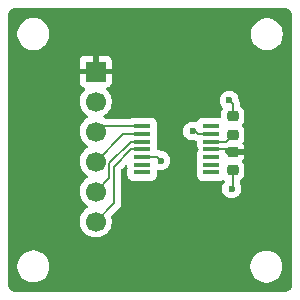
<source format=gbr>
%TF.GenerationSoftware,KiCad,Pcbnew,9.0.5*%
%TF.CreationDate,2025-12-22T22:05:16-05:00*%
%TF.ProjectId,as5047p-atsm_breakout,61733530-3437-4702-9d61-74736d5f6272,rev?*%
%TF.SameCoordinates,Original*%
%TF.FileFunction,Copper,L1,Top*%
%TF.FilePolarity,Positive*%
%FSLAX46Y46*%
G04 Gerber Fmt 4.6, Leading zero omitted, Abs format (unit mm)*
G04 Created by KiCad (PCBNEW 9.0.5) date 2025-12-22 22:05:16*
%MOMM*%
%LPD*%
G01*
G04 APERTURE LIST*
G04 Aperture macros list*
%AMRoundRect*
0 Rectangle with rounded corners*
0 $1 Rounding radius*
0 $2 $3 $4 $5 $6 $7 $8 $9 X,Y pos of 4 corners*
0 Add a 4 corners polygon primitive as box body*
4,1,4,$2,$3,$4,$5,$6,$7,$8,$9,$2,$3,0*
0 Add four circle primitives for the rounded corners*
1,1,$1+$1,$2,$3*
1,1,$1+$1,$4,$5*
1,1,$1+$1,$6,$7*
1,1,$1+$1,$8,$9*
0 Add four rect primitives between the rounded corners*
20,1,$1+$1,$2,$3,$4,$5,0*
20,1,$1+$1,$4,$5,$6,$7,0*
20,1,$1+$1,$6,$7,$8,$9,0*
20,1,$1+$1,$8,$9,$2,$3,0*%
G04 Aperture macros list end*
%TA.AperFunction,ComponentPad*%
%ADD10R,1.700000X1.700000*%
%TD*%
%TA.AperFunction,ComponentPad*%
%ADD11C,1.700000*%
%TD*%
%TA.AperFunction,SMDPad,CuDef*%
%ADD12R,1.475000X0.450000*%
%TD*%
%TA.AperFunction,SMDPad,CuDef*%
%ADD13RoundRect,0.225000X-0.250000X0.225000X-0.250000X-0.225000X0.250000X-0.225000X0.250000X0.225000X0*%
%TD*%
%TA.AperFunction,SMDPad,CuDef*%
%ADD14RoundRect,0.225000X0.250000X-0.225000X0.250000X0.225000X-0.250000X0.225000X-0.250000X-0.225000X0*%
%TD*%
%TA.AperFunction,ViaPad*%
%ADD15C,0.600000*%
%TD*%
%TA.AperFunction,Conductor*%
%ADD16C,0.200000*%
%TD*%
G04 APERTURE END LIST*
D10*
%TO.P,J1,1,Pin_1*%
%TO.N,5v*%
X138000000Y-77960000D03*
D11*
%TO.P,J1,2,Pin_2*%
%TO.N,GND*%
X138000000Y-80500000D03*
%TO.P,J1,3,Pin_3*%
%TO.N,!CS*%
X138000000Y-83040000D03*
%TO.P,J1,4,Pin_4*%
%TO.N,SCLK*%
X138000000Y-85580000D03*
%TO.P,J1,5,Pin_5*%
%TO.N,MISO*%
X138000000Y-88120000D03*
%TO.P,J1,6,Pin_6*%
%TO.N,MOSI*%
X138000000Y-90660000D03*
%TD*%
D12*
%TO.P,IC2,1,CSN*%
%TO.N,!CS*%
X141924000Y-82600000D03*
%TO.P,IC2,2,CLK*%
%TO.N,SCLK*%
X141924000Y-83250000D03*
%TO.P,IC2,3,MISO*%
%TO.N,MISO*%
X141924000Y-83900000D03*
%TO.P,IC2,4,MOSI*%
%TO.N,MOSI*%
X141924000Y-84550000D03*
%TO.P,IC2,5,TEST*%
%TO.N,GND*%
X141924000Y-85200000D03*
%TO.P,IC2,6,B*%
%TO.N,unconnected-(IC2-B-Pad6)*%
X141924000Y-85850000D03*
%TO.P,IC2,7,A*%
%TO.N,unconnected-(IC2-A-Pad7)*%
X141924000Y-86500000D03*
%TO.P,IC2,8,W/PWM*%
%TO.N,unconnected-(IC2-W{slash}PWM-Pad8)*%
X147800000Y-86500000D03*
%TO.P,IC2,9,V*%
%TO.N,unconnected-(IC2-V-Pad9)*%
X147800000Y-85850000D03*
%TO.P,IC2,10,U*%
%TO.N,unconnected-(IC2-U-Pad10)*%
X147800000Y-85200000D03*
%TO.P,IC2,11,VDD*%
%TO.N,5v*%
X147800000Y-84550000D03*
%TO.P,IC2,12,VDD3V*%
%TO.N,Net-(IC2-VDD3V)*%
X147800000Y-83900000D03*
%TO.P,IC2,13,GND*%
%TO.N,GND*%
X147800000Y-83250000D03*
%TO.P,IC2,14,I/PWM*%
%TO.N,unconnected-(IC2-I{slash}PWM-Pad14)*%
X147800000Y-82600000D03*
%TD*%
D13*
%TO.P,C12,1*%
%TO.N,5v*%
X149600000Y-84750000D03*
%TO.P,C12,2*%
%TO.N,GND*%
X149600000Y-86300000D03*
%TD*%
D14*
%TO.P,C13,1*%
%TO.N,Net-(IC2-VDD3V)*%
X149600000Y-83300000D03*
%TO.P,C13,2*%
%TO.N,GND*%
X149600000Y-81750000D03*
%TD*%
D15*
%TO.N,GND*%
X143500000Y-85500000D03*
X146200000Y-83000000D03*
X149500000Y-87900000D03*
X149300000Y-80400000D03*
%TD*%
D16*
%TO.N,GND*%
X143200000Y-85200000D02*
X143500000Y-85500000D01*
X141924000Y-85200000D02*
X143200000Y-85200000D01*
%TO.N,MOSI*%
X139552000Y-89108000D02*
X138000000Y-90660000D01*
X139552000Y-86007500D02*
X139552000Y-89108000D01*
X141009500Y-84550000D02*
X139552000Y-86007500D01*
X141924000Y-84550000D02*
X141009500Y-84550000D01*
%TO.N,MISO*%
X140986500Y-83900000D02*
X139151000Y-85735500D01*
X139151000Y-86969000D02*
X138000000Y-88120000D01*
X141924000Y-83900000D02*
X140986500Y-83900000D01*
X139151000Y-85735500D02*
X139151000Y-86969000D01*
%TO.N,SCLK*%
X140330000Y-83250000D02*
X141924000Y-83250000D01*
X138000000Y-85580000D02*
X140330000Y-83250000D01*
%TO.N,!CS*%
X138440000Y-82600000D02*
X141924000Y-82600000D01*
X138000000Y-83040000D02*
X138440000Y-82600000D01*
%TO.N,GND*%
X146650000Y-83250000D02*
X147800000Y-83250000D01*
X149600000Y-80700000D02*
X149300000Y-80400000D01*
X149600000Y-86300000D02*
X149600000Y-87800000D01*
X149600000Y-87800000D02*
X149500000Y-87900000D01*
X146400000Y-83000000D02*
X146650000Y-83250000D01*
X146200000Y-83000000D02*
X146400000Y-83000000D01*
X149600000Y-81750000D02*
X149600000Y-80700000D01*
%TO.N,5v*%
X149600000Y-84750000D02*
X149400000Y-84550000D01*
X149400000Y-84550000D02*
X147800000Y-84550000D01*
%TO.N,Net-(IC2-VDD3V)*%
X149600000Y-83300000D02*
X149000000Y-83900000D01*
X149000000Y-83900000D02*
X147800000Y-83900000D01*
%TD*%
%TA.AperFunction,Conductor*%
%TO.N,5v*%
G36*
X154106922Y-72601280D02*
G01*
X154197266Y-72611459D01*
X154224331Y-72617636D01*
X154303540Y-72645352D01*
X154328553Y-72657398D01*
X154399606Y-72702043D01*
X154421313Y-72719355D01*
X154480644Y-72778686D01*
X154497957Y-72800395D01*
X154542600Y-72871444D01*
X154554648Y-72896462D01*
X154582362Y-72975666D01*
X154588540Y-73002735D01*
X154598720Y-73093076D01*
X154599500Y-73106961D01*
X154599500Y-96093038D01*
X154598720Y-96106922D01*
X154598720Y-96106923D01*
X154588540Y-96197264D01*
X154582362Y-96224333D01*
X154554648Y-96303537D01*
X154542600Y-96328555D01*
X154497957Y-96399604D01*
X154480644Y-96421313D01*
X154421313Y-96480644D01*
X154399604Y-96497957D01*
X154328555Y-96542600D01*
X154303537Y-96554648D01*
X154224333Y-96582362D01*
X154197264Y-96588540D01*
X154117075Y-96597576D01*
X154106921Y-96598720D01*
X154093038Y-96599500D01*
X131106962Y-96599500D01*
X131093078Y-96598720D01*
X131080553Y-96597308D01*
X131002735Y-96588540D01*
X130975666Y-96582362D01*
X130896462Y-96554648D01*
X130871444Y-96542600D01*
X130800395Y-96497957D01*
X130778686Y-96480644D01*
X130719355Y-96421313D01*
X130702042Y-96399604D01*
X130657399Y-96328555D01*
X130645351Y-96303537D01*
X130617637Y-96224333D01*
X130611459Y-96197263D01*
X130601280Y-96106922D01*
X130600500Y-96093038D01*
X130600500Y-94356144D01*
X131367781Y-94356144D01*
X131367781Y-94568718D01*
X131401035Y-94778674D01*
X131404547Y-94789484D01*
X131466725Y-94980845D01*
X131563232Y-95170251D01*
X131688171Y-95342217D01*
X131838494Y-95492540D01*
X132010460Y-95617479D01*
X132010462Y-95617480D01*
X132010465Y-95617482D01*
X132199869Y-95713988D01*
X132402038Y-95779677D01*
X132611994Y-95812931D01*
X132611995Y-95812931D01*
X132824567Y-95812931D01*
X132824568Y-95812931D01*
X133034524Y-95779677D01*
X133236693Y-95713988D01*
X133426097Y-95617482D01*
X133448070Y-95601517D01*
X133598067Y-95492540D01*
X133598069Y-95492537D01*
X133598073Y-95492535D01*
X133748385Y-95342223D01*
X133748387Y-95342219D01*
X133748390Y-95342217D01*
X133873329Y-95170251D01*
X133873328Y-95170251D01*
X133873332Y-95170247D01*
X133969838Y-94980843D01*
X134035527Y-94778674D01*
X134068781Y-94568718D01*
X134068781Y-94366958D01*
X151103027Y-94366958D01*
X151103027Y-94579531D01*
X151134567Y-94778670D01*
X151136281Y-94789488D01*
X151198456Y-94980843D01*
X151201971Y-94991659D01*
X151298478Y-95181065D01*
X151423417Y-95353031D01*
X151573740Y-95503354D01*
X151745706Y-95628293D01*
X151745708Y-95628294D01*
X151745711Y-95628296D01*
X151935115Y-95724802D01*
X152137284Y-95790491D01*
X152347240Y-95823745D01*
X152347241Y-95823745D01*
X152559813Y-95823745D01*
X152559814Y-95823745D01*
X152769770Y-95790491D01*
X152971939Y-95724802D01*
X153161343Y-95628296D01*
X153183316Y-95612331D01*
X153333313Y-95503354D01*
X153333315Y-95503351D01*
X153333319Y-95503349D01*
X153483631Y-95353037D01*
X153483633Y-95353033D01*
X153483636Y-95353031D01*
X153608575Y-95181065D01*
X153608574Y-95181065D01*
X153608578Y-95181061D01*
X153705084Y-94991657D01*
X153770773Y-94789488D01*
X153804027Y-94579532D01*
X153804027Y-94366958D01*
X153770773Y-94157002D01*
X153705084Y-93954833D01*
X153608578Y-93765429D01*
X153608576Y-93765426D01*
X153608575Y-93765424D01*
X153483636Y-93593458D01*
X153333313Y-93443135D01*
X153161347Y-93318196D01*
X152971941Y-93221689D01*
X152971940Y-93221688D01*
X152971939Y-93221688D01*
X152769770Y-93155999D01*
X152769768Y-93155998D01*
X152769767Y-93155998D01*
X152608484Y-93130453D01*
X152559814Y-93122745D01*
X152347240Y-93122745D01*
X152298569Y-93130453D01*
X152137287Y-93155998D01*
X151935112Y-93221689D01*
X151745706Y-93318196D01*
X151573740Y-93443135D01*
X151423417Y-93593458D01*
X151298478Y-93765424D01*
X151201971Y-93954830D01*
X151136280Y-94157005D01*
X151103027Y-94366958D01*
X134068781Y-94366958D01*
X134068781Y-94356144D01*
X134035527Y-94146188D01*
X133969838Y-93944019D01*
X133873332Y-93754615D01*
X133873330Y-93754612D01*
X133873329Y-93754610D01*
X133748390Y-93582644D01*
X133598067Y-93432321D01*
X133426101Y-93307382D01*
X133236695Y-93210875D01*
X133236694Y-93210874D01*
X133236693Y-93210874D01*
X133034524Y-93145185D01*
X133034522Y-93145184D01*
X133034521Y-93145184D01*
X132873238Y-93119639D01*
X132824568Y-93111931D01*
X132611994Y-93111931D01*
X132563323Y-93119639D01*
X132402041Y-93145184D01*
X132199866Y-93210875D01*
X132010460Y-93307382D01*
X131838494Y-93432321D01*
X131688171Y-93582644D01*
X131563232Y-93754610D01*
X131466725Y-93944016D01*
X131401034Y-94146191D01*
X131367781Y-94356144D01*
X130600500Y-94356144D01*
X130600500Y-80393713D01*
X136649500Y-80393713D01*
X136649500Y-80606286D01*
X136676884Y-80779185D01*
X136682754Y-80816243D01*
X136713311Y-80910288D01*
X136748444Y-81018414D01*
X136844951Y-81207820D01*
X136969890Y-81379786D01*
X137120213Y-81530109D01*
X137292182Y-81655050D01*
X137300946Y-81659516D01*
X137351742Y-81707491D01*
X137368536Y-81775312D01*
X137345998Y-81841447D01*
X137300946Y-81880484D01*
X137292182Y-81884949D01*
X137120213Y-82009890D01*
X136969890Y-82160213D01*
X136844951Y-82332179D01*
X136748444Y-82521585D01*
X136682753Y-82723760D01*
X136649500Y-82933713D01*
X136649500Y-83146286D01*
X136663311Y-83233489D01*
X136682754Y-83356243D01*
X136732806Y-83510288D01*
X136748444Y-83558414D01*
X136844951Y-83747820D01*
X136969890Y-83919786D01*
X137120213Y-84070109D01*
X137292182Y-84195050D01*
X137300946Y-84199516D01*
X137351742Y-84247491D01*
X137368536Y-84315312D01*
X137345998Y-84381447D01*
X137300946Y-84420484D01*
X137292182Y-84424949D01*
X137120213Y-84549890D01*
X136969890Y-84700213D01*
X136844951Y-84872179D01*
X136748444Y-85061585D01*
X136682753Y-85263760D01*
X136658794Y-85415034D01*
X136649500Y-85473713D01*
X136649500Y-85686287D01*
X136682754Y-85896243D01*
X136722358Y-86018132D01*
X136748444Y-86098414D01*
X136844951Y-86287820D01*
X136969890Y-86459786D01*
X137120213Y-86610109D01*
X137292182Y-86735050D01*
X137300946Y-86739516D01*
X137351742Y-86787491D01*
X137368536Y-86855312D01*
X137345998Y-86921447D01*
X137300946Y-86960484D01*
X137292182Y-86964949D01*
X137120213Y-87089890D01*
X136969890Y-87240213D01*
X136844951Y-87412179D01*
X136748444Y-87601585D01*
X136682753Y-87803760D01*
X136649500Y-88013713D01*
X136649500Y-88226286D01*
X136678643Y-88410292D01*
X136682754Y-88436243D01*
X136739015Y-88609397D01*
X136748444Y-88638414D01*
X136844951Y-88827820D01*
X136969890Y-88999786D01*
X137120213Y-89150109D01*
X137292182Y-89275050D01*
X137300946Y-89279516D01*
X137351742Y-89327491D01*
X137368536Y-89395312D01*
X137345998Y-89461447D01*
X137300946Y-89500484D01*
X137292182Y-89504949D01*
X137120213Y-89629890D01*
X136969890Y-89780213D01*
X136844951Y-89952179D01*
X136748444Y-90141585D01*
X136682753Y-90343760D01*
X136649500Y-90553713D01*
X136649500Y-90766286D01*
X136682753Y-90976239D01*
X136748444Y-91178414D01*
X136844951Y-91367820D01*
X136969890Y-91539786D01*
X137120213Y-91690109D01*
X137292179Y-91815048D01*
X137292181Y-91815049D01*
X137292184Y-91815051D01*
X137481588Y-91911557D01*
X137683757Y-91977246D01*
X137893713Y-92010500D01*
X137893714Y-92010500D01*
X138106286Y-92010500D01*
X138106287Y-92010500D01*
X138316243Y-91977246D01*
X138518412Y-91911557D01*
X138707816Y-91815051D01*
X138729789Y-91799086D01*
X138879786Y-91690109D01*
X138879788Y-91690106D01*
X138879792Y-91690104D01*
X139030104Y-91539792D01*
X139030106Y-91539788D01*
X139030109Y-91539786D01*
X139155048Y-91367820D01*
X139155047Y-91367820D01*
X139155051Y-91367816D01*
X139251557Y-91178412D01*
X139317246Y-90976243D01*
X139350500Y-90766287D01*
X139350500Y-90553713D01*
X139317246Y-90343757D01*
X139303506Y-90301473D01*
X139301512Y-90231635D01*
X139333755Y-90175478D01*
X139910506Y-89598728D01*
X139910511Y-89598724D01*
X139920714Y-89588520D01*
X139920716Y-89588520D01*
X140032520Y-89476716D01*
X140111577Y-89339784D01*
X140152500Y-89187057D01*
X140152500Y-86307596D01*
X140172185Y-86240557D01*
X140188815Y-86219919D01*
X140474322Y-85934412D01*
X140492060Y-85924726D01*
X140506910Y-85911004D01*
X140522103Y-85908321D01*
X140535642Y-85900929D01*
X140555806Y-85902371D01*
X140575716Y-85898856D01*
X140589945Y-85904812D01*
X140605333Y-85905913D01*
X140621518Y-85918029D01*
X140640166Y-85925835D01*
X140648915Y-85938538D01*
X140661267Y-85947784D01*
X140668332Y-85966727D01*
X140679800Y-85983376D01*
X140683755Y-86008079D01*
X140685684Y-86013249D01*
X140685937Y-86018132D01*
X140686000Y-86020125D01*
X140686001Y-86122872D01*
X140690677Y-86166375D01*
X140690826Y-86171034D01*
X140690179Y-86173529D01*
X140690179Y-86188250D01*
X140686000Y-86227122D01*
X140686000Y-86772870D01*
X140686001Y-86772876D01*
X140692408Y-86832483D01*
X140742702Y-86967328D01*
X140742706Y-86967335D01*
X140828952Y-87082544D01*
X140828955Y-87082547D01*
X140944164Y-87168793D01*
X140944171Y-87168797D01*
X141079017Y-87219091D01*
X141079016Y-87219091D01*
X141085944Y-87219835D01*
X141138627Y-87225500D01*
X142709372Y-87225499D01*
X142768983Y-87219091D01*
X142903831Y-87168796D01*
X143019046Y-87082546D01*
X143105296Y-86967331D01*
X143155591Y-86832483D01*
X143162000Y-86772873D01*
X143161999Y-86400042D01*
X143181683Y-86333005D01*
X143234487Y-86287250D01*
X143303646Y-86277306D01*
X143310185Y-86278426D01*
X143331546Y-86282674D01*
X143421155Y-86300500D01*
X143421158Y-86300500D01*
X143578844Y-86300500D01*
X143578845Y-86300499D01*
X143733497Y-86269737D01*
X143879179Y-86209394D01*
X144010289Y-86121789D01*
X144121789Y-86010289D01*
X144209394Y-85879179D01*
X144269737Y-85733497D01*
X144300500Y-85578842D01*
X144300500Y-85421158D01*
X144300500Y-85421155D01*
X144300499Y-85421153D01*
X144269738Y-85266510D01*
X144269737Y-85266503D01*
X144268600Y-85263757D01*
X144209397Y-85120827D01*
X144209390Y-85120814D01*
X144121789Y-84989711D01*
X144121786Y-84989707D01*
X144010292Y-84878213D01*
X144010288Y-84878210D01*
X143879185Y-84790609D01*
X143879172Y-84790602D01*
X143733501Y-84730264D01*
X143733489Y-84730261D01*
X143578845Y-84699500D01*
X143578842Y-84699500D01*
X143567335Y-84699500D01*
X143551849Y-84695350D01*
X143538105Y-84696006D01*
X143505337Y-84682888D01*
X143497522Y-84678376D01*
X143481906Y-84669361D01*
X143481904Y-84669359D01*
X143481900Y-84669358D01*
X143431785Y-84640423D01*
X143346065Y-84617454D01*
X143279054Y-84599498D01*
X143270997Y-84598438D01*
X143271420Y-84595218D01*
X143218961Y-84579814D01*
X143173206Y-84527010D01*
X143162000Y-84475500D01*
X143161999Y-84277128D01*
X143161998Y-84277111D01*
X143157820Y-84238253D01*
X143157820Y-84211747D01*
X143162000Y-84172873D01*
X143161999Y-83627128D01*
X143161998Y-83627111D01*
X143157820Y-83588253D01*
X143157820Y-83561747D01*
X143162000Y-83522873D01*
X143161999Y-82977128D01*
X143161998Y-82977111D01*
X143157820Y-82938253D01*
X143157820Y-82921153D01*
X145399500Y-82921153D01*
X145399500Y-83078846D01*
X145430261Y-83233489D01*
X145430264Y-83233501D01*
X145490602Y-83379172D01*
X145490609Y-83379185D01*
X145578210Y-83510288D01*
X145578213Y-83510292D01*
X145689707Y-83621786D01*
X145689711Y-83621789D01*
X145820814Y-83709390D01*
X145820827Y-83709397D01*
X145913590Y-83747820D01*
X145966503Y-83769737D01*
X146096449Y-83795585D01*
X146121153Y-83800499D01*
X146121156Y-83800500D01*
X146121158Y-83800500D01*
X146278842Y-83800500D01*
X146325035Y-83791311D01*
X146389309Y-83795585D01*
X146400750Y-83799493D01*
X146418216Y-83809577D01*
X146474131Y-83824559D01*
X146478083Y-83825909D01*
X146503348Y-83843746D01*
X146529754Y-83859842D01*
X146531637Y-83863720D01*
X146535160Y-83866207D01*
X146546769Y-83894870D01*
X146560283Y-83922689D01*
X146560866Y-83929673D01*
X146561390Y-83930967D01*
X146561101Y-83932495D01*
X146562000Y-83943251D01*
X146562000Y-84172868D01*
X146562001Y-84172880D01*
X146564789Y-84198822D01*
X146564791Y-84198827D01*
X146568409Y-84232483D01*
X146618704Y-84367331D01*
X146635024Y-84389131D01*
X146635026Y-84389137D01*
X146699820Y-84475689D01*
X146724238Y-84541153D01*
X146709387Y-84609426D01*
X146699820Y-84624311D01*
X146624211Y-84725311D01*
X146576392Y-84761107D01*
X146562500Y-84775000D01*
X146562500Y-84822832D01*
X146566431Y-84859399D01*
X146566431Y-84885905D01*
X146562000Y-84927122D01*
X146562000Y-85472869D01*
X146562001Y-85472878D01*
X146566179Y-85511745D01*
X146566179Y-85538250D01*
X146562000Y-85577122D01*
X146562000Y-86122869D01*
X146562001Y-86122878D01*
X146566179Y-86161745D01*
X146566179Y-86188250D01*
X146562000Y-86227122D01*
X146562000Y-86772870D01*
X146562001Y-86772876D01*
X146568408Y-86832483D01*
X146618702Y-86967328D01*
X146618706Y-86967335D01*
X146704952Y-87082544D01*
X146704955Y-87082547D01*
X146820164Y-87168793D01*
X146820171Y-87168797D01*
X146955017Y-87219091D01*
X146955016Y-87219091D01*
X146961944Y-87219835D01*
X147014627Y-87225500D01*
X148585372Y-87225499D01*
X148644983Y-87219091D01*
X148754980Y-87178064D01*
X148824669Y-87173081D01*
X148885992Y-87206566D01*
X148919477Y-87267889D01*
X148914493Y-87337580D01*
X148885996Y-87381925D01*
X148878210Y-87389710D01*
X148878210Y-87389711D01*
X148790609Y-87520814D01*
X148790602Y-87520827D01*
X148730264Y-87666498D01*
X148730261Y-87666510D01*
X148699500Y-87821153D01*
X148699500Y-87978846D01*
X148730261Y-88133489D01*
X148730264Y-88133501D01*
X148790602Y-88279172D01*
X148790609Y-88279185D01*
X148878210Y-88410288D01*
X148878213Y-88410292D01*
X148989707Y-88521786D01*
X148989711Y-88521789D01*
X149120814Y-88609390D01*
X149120827Y-88609397D01*
X149266498Y-88669735D01*
X149266503Y-88669737D01*
X149421153Y-88700499D01*
X149421156Y-88700500D01*
X149421158Y-88700500D01*
X149578844Y-88700500D01*
X149578845Y-88700499D01*
X149733497Y-88669737D01*
X149879179Y-88609394D01*
X150010289Y-88521789D01*
X150121789Y-88410289D01*
X150209394Y-88279179D01*
X150269737Y-88133497D01*
X150300500Y-87978842D01*
X150300500Y-87821158D01*
X150300500Y-87821155D01*
X150300499Y-87821153D01*
X150269738Y-87666510D01*
X150269737Y-87666503D01*
X150209939Y-87522136D01*
X150208312Y-87513959D01*
X150205523Y-87509619D01*
X150200500Y-87474684D01*
X150200500Y-87230424D01*
X150220185Y-87163385D01*
X150259402Y-87124886D01*
X150303044Y-87097968D01*
X150422968Y-86978044D01*
X150512003Y-86833697D01*
X150565349Y-86672708D01*
X150575500Y-86573345D01*
X150575499Y-86026656D01*
X150574129Y-86013249D01*
X150565349Y-85927292D01*
X150565348Y-85927289D01*
X150549404Y-85879172D01*
X150512003Y-85766303D01*
X150511999Y-85766297D01*
X150511998Y-85766294D01*
X150422970Y-85621959D01*
X150422967Y-85621955D01*
X150413339Y-85612327D01*
X150379854Y-85551004D01*
X150384838Y-85481312D01*
X150413345Y-85436959D01*
X150422573Y-85427731D01*
X150511542Y-85283492D01*
X150511547Y-85283481D01*
X150564855Y-85122606D01*
X150574999Y-85023322D01*
X150575000Y-85023309D01*
X150575000Y-85000000D01*
X149157218Y-85000000D01*
X149090179Y-84980315D01*
X149044424Y-84927511D01*
X149033928Y-84889255D01*
X149033446Y-84884776D01*
X149031591Y-84867517D01*
X148981296Y-84732669D01*
X148955950Y-84698811D01*
X148952947Y-84690759D01*
X148946825Y-84684727D01*
X148940921Y-84658519D01*
X148931533Y-84633349D01*
X148933359Y-84624950D01*
X148931471Y-84616565D01*
X148940674Y-84591325D01*
X148946384Y-84565076D01*
X148952461Y-84558998D01*
X148955406Y-84550923D01*
X148976792Y-84534666D01*
X148995788Y-84515670D01*
X149005641Y-84512737D01*
X149011030Y-84508641D01*
X149033001Y-84504593D01*
X149045461Y-84500885D01*
X149050327Y-84500501D01*
X149079057Y-84500501D01*
X149091052Y-84497286D01*
X149102390Y-84496392D01*
X149119584Y-84500000D01*
X150574999Y-84500000D01*
X150574999Y-84476692D01*
X150574998Y-84476677D01*
X150564855Y-84377392D01*
X150511547Y-84216518D01*
X150511542Y-84216507D01*
X150433864Y-84090573D01*
X150415423Y-84023181D01*
X150433863Y-83960379D01*
X150512003Y-83833697D01*
X150565349Y-83672708D01*
X150575500Y-83573345D01*
X150575499Y-83026656D01*
X150565349Y-82927292D01*
X150512003Y-82766303D01*
X150511999Y-82766297D01*
X150511998Y-82766294D01*
X150422970Y-82621959D01*
X150422967Y-82621955D01*
X150413693Y-82612681D01*
X150380208Y-82551358D01*
X150385192Y-82481666D01*
X150413693Y-82437319D01*
X150422968Y-82428044D01*
X150512003Y-82283697D01*
X150565349Y-82122708D01*
X150575500Y-82023345D01*
X150575499Y-81476656D01*
X150565349Y-81377292D01*
X150512003Y-81216303D01*
X150511999Y-81216296D01*
X150511998Y-81216294D01*
X150422970Y-81071959D01*
X150422969Y-81071958D01*
X150422968Y-81071956D01*
X150303044Y-80952032D01*
X150303043Y-80952031D01*
X150303042Y-80952030D01*
X150259402Y-80925112D01*
X150212678Y-80873163D01*
X150200500Y-80819574D01*
X150200500Y-80620945D01*
X150200500Y-80620943D01*
X150159577Y-80468216D01*
X150159577Y-80468215D01*
X150116563Y-80393713D01*
X150115999Y-80392736D01*
X150114946Y-80390750D01*
X150111327Y-80373074D01*
X150100500Y-80332665D01*
X150100500Y-80321155D01*
X150100499Y-80321153D01*
X150069737Y-80166503D01*
X150069735Y-80166498D01*
X150009397Y-80020827D01*
X150009390Y-80020814D01*
X149921789Y-79889711D01*
X149921786Y-79889707D01*
X149810292Y-79778213D01*
X149810288Y-79778210D01*
X149679185Y-79690609D01*
X149679172Y-79690602D01*
X149533501Y-79630264D01*
X149533489Y-79630261D01*
X149378845Y-79599500D01*
X149378842Y-79599500D01*
X149221158Y-79599500D01*
X149221155Y-79599500D01*
X149066510Y-79630261D01*
X149066498Y-79630264D01*
X148920827Y-79690602D01*
X148920814Y-79690609D01*
X148789711Y-79778210D01*
X148789707Y-79778213D01*
X148678213Y-79889707D01*
X148678210Y-79889711D01*
X148590609Y-80020814D01*
X148590602Y-80020827D01*
X148530264Y-80166498D01*
X148530261Y-80166510D01*
X148499500Y-80321153D01*
X148499500Y-80478846D01*
X148530261Y-80633489D01*
X148530264Y-80633501D01*
X148590602Y-80779172D01*
X148590609Y-80779185D01*
X148678210Y-80910288D01*
X148678213Y-80910292D01*
X148731677Y-80963756D01*
X148765162Y-81025079D01*
X148760178Y-81094771D01*
X148749535Y-81116533D01*
X148688000Y-81216296D01*
X148687996Y-81216305D01*
X148634651Y-81377290D01*
X148624500Y-81476647D01*
X148624500Y-81750500D01*
X148604815Y-81817539D01*
X148552011Y-81863294D01*
X148500500Y-81874500D01*
X147014629Y-81874500D01*
X147014623Y-81874501D01*
X146955016Y-81880908D01*
X146820171Y-81931202D01*
X146820164Y-81931206D01*
X146704955Y-82017452D01*
X146704952Y-82017455D01*
X146618706Y-82132664D01*
X146618702Y-82132671D01*
X146607299Y-82163246D01*
X146565428Y-82219180D01*
X146499963Y-82243597D01*
X146443670Y-82234476D01*
X146433501Y-82230264D01*
X146433488Y-82230260D01*
X146278845Y-82199500D01*
X146278842Y-82199500D01*
X146121158Y-82199500D01*
X146121155Y-82199500D01*
X145966510Y-82230261D01*
X145966498Y-82230264D01*
X145820827Y-82290602D01*
X145820814Y-82290609D01*
X145689711Y-82378210D01*
X145689707Y-82378213D01*
X145578213Y-82489707D01*
X145578210Y-82489711D01*
X145490609Y-82620814D01*
X145490602Y-82620827D01*
X145430264Y-82766498D01*
X145430261Y-82766510D01*
X145399500Y-82921153D01*
X143157820Y-82921153D01*
X143157820Y-82911747D01*
X143162000Y-82872873D01*
X143161999Y-82327128D01*
X143155591Y-82267517D01*
X143146669Y-82243597D01*
X143105297Y-82132671D01*
X143105293Y-82132664D01*
X143019047Y-82017455D01*
X143019044Y-82017452D01*
X142903835Y-81931206D01*
X142903828Y-81931202D01*
X142768982Y-81880908D01*
X142768983Y-81880908D01*
X142709383Y-81874501D01*
X142709381Y-81874500D01*
X142709373Y-81874500D01*
X142709364Y-81874500D01*
X141138629Y-81874500D01*
X141138623Y-81874501D01*
X141079016Y-81880908D01*
X140944171Y-81931202D01*
X140944168Y-81931204D01*
X140885976Y-81974767D01*
X140820511Y-81999184D01*
X140811665Y-81999500D01*
X138905772Y-81999500D01*
X138886317Y-81993787D01*
X138866056Y-81992968D01*
X138843092Y-81981095D01*
X138838733Y-81979815D01*
X138834570Y-81977020D01*
X138833754Y-81976447D01*
X138707816Y-81884949D01*
X138691283Y-81876525D01*
X138684147Y-81871520D01*
X138667573Y-81850752D01*
X138648259Y-81832512D01*
X138646118Y-81823870D01*
X138640564Y-81816910D01*
X138637849Y-81790478D01*
X138631463Y-81764692D01*
X138634334Y-81756264D01*
X138633425Y-81747406D01*
X138645429Y-81723704D01*
X138653999Y-81698556D01*
X138661426Y-81692119D01*
X138664995Y-81685075D01*
X138679134Y-81676775D01*
X138699054Y-81659515D01*
X138707816Y-81655051D01*
X138729789Y-81639086D01*
X138879786Y-81530109D01*
X138879788Y-81530106D01*
X138879792Y-81530104D01*
X139030104Y-81379792D01*
X139030106Y-81379788D01*
X139030109Y-81379786D01*
X139155048Y-81207820D01*
X139155047Y-81207820D01*
X139155051Y-81207816D01*
X139251557Y-81018412D01*
X139317246Y-80816243D01*
X139350500Y-80606287D01*
X139350500Y-80393713D01*
X139317246Y-80183757D01*
X139251557Y-79981588D01*
X139155051Y-79792184D01*
X139155049Y-79792181D01*
X139155048Y-79792179D01*
X139030109Y-79620213D01*
X138916181Y-79506285D01*
X138882696Y-79444962D01*
X138887680Y-79375270D01*
X138929552Y-79319337D01*
X138960529Y-79302422D01*
X139092086Y-79253354D01*
X139092093Y-79253350D01*
X139207187Y-79167190D01*
X139207190Y-79167187D01*
X139293350Y-79052093D01*
X139293354Y-79052086D01*
X139343596Y-78917379D01*
X139343598Y-78917372D01*
X139349999Y-78857844D01*
X139350000Y-78857827D01*
X139350000Y-78210000D01*
X138433012Y-78210000D01*
X138465925Y-78152993D01*
X138500000Y-78025826D01*
X138500000Y-77894174D01*
X138465925Y-77767007D01*
X138433012Y-77710000D01*
X139350000Y-77710000D01*
X139350000Y-77062172D01*
X139349999Y-77062155D01*
X139343598Y-77002627D01*
X139343596Y-77002620D01*
X139293354Y-76867913D01*
X139293350Y-76867906D01*
X139207190Y-76752812D01*
X139207187Y-76752809D01*
X139092093Y-76666649D01*
X139092086Y-76666645D01*
X138957379Y-76616403D01*
X138957372Y-76616401D01*
X138897844Y-76610000D01*
X138250000Y-76610000D01*
X138250000Y-77526988D01*
X138192993Y-77494075D01*
X138065826Y-77460000D01*
X137934174Y-77460000D01*
X137807007Y-77494075D01*
X137750000Y-77526988D01*
X137750000Y-76610000D01*
X137102155Y-76610000D01*
X137042627Y-76616401D01*
X137042620Y-76616403D01*
X136907913Y-76666645D01*
X136907906Y-76666649D01*
X136792812Y-76752809D01*
X136792809Y-76752812D01*
X136706649Y-76867906D01*
X136706645Y-76867913D01*
X136656403Y-77002620D01*
X136656401Y-77002627D01*
X136650000Y-77062155D01*
X136650000Y-77710000D01*
X137566988Y-77710000D01*
X137534075Y-77767007D01*
X137500000Y-77894174D01*
X137500000Y-78025826D01*
X137534075Y-78152993D01*
X137566988Y-78210000D01*
X136650000Y-78210000D01*
X136650000Y-78857844D01*
X136656401Y-78917372D01*
X136656403Y-78917379D01*
X136706645Y-79052086D01*
X136706649Y-79052093D01*
X136792809Y-79167187D01*
X136792812Y-79167190D01*
X136907906Y-79253350D01*
X136907913Y-79253354D01*
X137039470Y-79302422D01*
X137095404Y-79344293D01*
X137119821Y-79409758D01*
X137104969Y-79478031D01*
X137083819Y-79506285D01*
X136969889Y-79620215D01*
X136844951Y-79792179D01*
X136748444Y-79981585D01*
X136682753Y-80183760D01*
X136649500Y-80393713D01*
X130600500Y-80393713D01*
X130600500Y-74680559D01*
X131376125Y-74680559D01*
X131376125Y-74893133D01*
X131409379Y-75103089D01*
X131412891Y-75113899D01*
X131475069Y-75305260D01*
X131571576Y-75494666D01*
X131696515Y-75666632D01*
X131846838Y-75816955D01*
X132018804Y-75941894D01*
X132018806Y-75941895D01*
X132018809Y-75941897D01*
X132208213Y-76038403D01*
X132410382Y-76104092D01*
X132620338Y-76137346D01*
X132620339Y-76137346D01*
X132832911Y-76137346D01*
X132832912Y-76137346D01*
X133042868Y-76104092D01*
X133245037Y-76038403D01*
X133434441Y-75941897D01*
X133456414Y-75925932D01*
X133606411Y-75816955D01*
X133606413Y-75816952D01*
X133606417Y-75816950D01*
X133756729Y-75666638D01*
X133756731Y-75666634D01*
X133756734Y-75666632D01*
X133881673Y-75494666D01*
X133881672Y-75494666D01*
X133881676Y-75494662D01*
X133978182Y-75305258D01*
X134043871Y-75103089D01*
X134077125Y-74893133D01*
X134077125Y-74691373D01*
X151143813Y-74691373D01*
X151143813Y-74903946D01*
X151175353Y-75103085D01*
X151177067Y-75113903D01*
X151239242Y-75305258D01*
X151242757Y-75316074D01*
X151339264Y-75505480D01*
X151464203Y-75677446D01*
X151614526Y-75827769D01*
X151786492Y-75952708D01*
X151786494Y-75952709D01*
X151786497Y-75952711D01*
X151975901Y-76049217D01*
X152178070Y-76114906D01*
X152388026Y-76148160D01*
X152388027Y-76148160D01*
X152600599Y-76148160D01*
X152600600Y-76148160D01*
X152810556Y-76114906D01*
X153012725Y-76049217D01*
X153202129Y-75952711D01*
X153224102Y-75936746D01*
X153374099Y-75827769D01*
X153374101Y-75827766D01*
X153374105Y-75827764D01*
X153524417Y-75677452D01*
X153524419Y-75677448D01*
X153524422Y-75677446D01*
X153649361Y-75505480D01*
X153649360Y-75505480D01*
X153649364Y-75505476D01*
X153745870Y-75316072D01*
X153811559Y-75113903D01*
X153844813Y-74903947D01*
X153844813Y-74691373D01*
X153811559Y-74481417D01*
X153745870Y-74279248D01*
X153649364Y-74089844D01*
X153649362Y-74089841D01*
X153649361Y-74089839D01*
X153524422Y-73917873D01*
X153374099Y-73767550D01*
X153202133Y-73642611D01*
X153012727Y-73546104D01*
X153012726Y-73546103D01*
X153012725Y-73546103D01*
X152810556Y-73480414D01*
X152810554Y-73480413D01*
X152810553Y-73480413D01*
X152649270Y-73454868D01*
X152600600Y-73447160D01*
X152388026Y-73447160D01*
X152339355Y-73454868D01*
X152178073Y-73480413D01*
X151975898Y-73546104D01*
X151786492Y-73642611D01*
X151614526Y-73767550D01*
X151464203Y-73917873D01*
X151339264Y-74089839D01*
X151242757Y-74279245D01*
X151177066Y-74481420D01*
X151143813Y-74691373D01*
X134077125Y-74691373D01*
X134077125Y-74680559D01*
X134043871Y-74470603D01*
X133978182Y-74268434D01*
X133881676Y-74079030D01*
X133881674Y-74079027D01*
X133881673Y-74079025D01*
X133756734Y-73907059D01*
X133606411Y-73756736D01*
X133434445Y-73631797D01*
X133245039Y-73535290D01*
X133245038Y-73535289D01*
X133245037Y-73535289D01*
X133042868Y-73469600D01*
X133042866Y-73469599D01*
X133042865Y-73469599D01*
X132881582Y-73444054D01*
X132832912Y-73436346D01*
X132620338Y-73436346D01*
X132571667Y-73444054D01*
X132410385Y-73469599D01*
X132208210Y-73535290D01*
X132018804Y-73631797D01*
X131846838Y-73756736D01*
X131696515Y-73907059D01*
X131571576Y-74079025D01*
X131475069Y-74268431D01*
X131409378Y-74470606D01*
X131376125Y-74680559D01*
X130600500Y-74680559D01*
X130600500Y-73106961D01*
X130601280Y-73093077D01*
X130601280Y-73093076D01*
X130611460Y-73002729D01*
X130617635Y-72975670D01*
X130645353Y-72896456D01*
X130657396Y-72871450D01*
X130702046Y-72800389D01*
X130719351Y-72778690D01*
X130778690Y-72719351D01*
X130800389Y-72702046D01*
X130871450Y-72657396D01*
X130896456Y-72645353D01*
X130975670Y-72617635D01*
X131002733Y-72611459D01*
X131065419Y-72604396D01*
X131093079Y-72601280D01*
X131106962Y-72600500D01*
X131165892Y-72600500D01*
X154034108Y-72600500D01*
X154093038Y-72600500D01*
X154106922Y-72601280D01*
G37*
%TD.AperFunction*%
%TD*%
M02*

</source>
